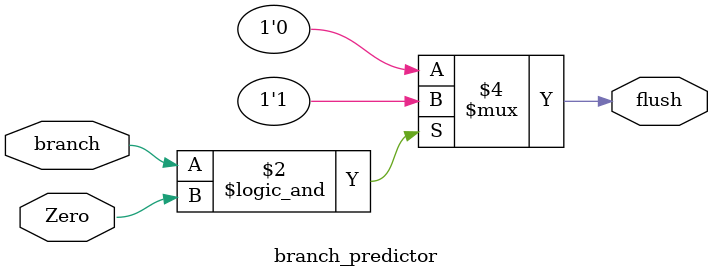
<source format=sv>
module data_forwarding_unit(
    input logic [31:0] current_instruction,EX_MEM_instruction, MEM_WB_instruction,
    input logic Reg_write_EX_MEM, Reg_write_MEM_WB,
    output logic [1:0] ctrl_alu_src1, ctrl_alu_src2,
    output logic [1:0] sw_ctrl
);
    reg [4:0] rd_ex_mem, rd_mem_wb;
    reg [4:0] rs1, rs2;
    reg sw_flag;
    assign rs1 = current_instruction[19:15]; // rs1 field
    assign rs2 = current_instruction[24:20]; // rs2 field
    assign rd_ex_mem = EX_MEM_instruction[11:7]; // rd field from EX/MEM stage
    assign rd_mem_wb = MEM_WB_instruction[11:7]; // rd field
    assign sw_flag = (current_instruction[6:0] == 7'b0100011); // Check if the instruction is a store word (SW)

    //0100011 sw opcode

    always_comb begin
        if (Reg_write_EX_MEM && (rd_ex_mem != 0) && (rd_ex_mem == rs1)) begin
            ctrl_alu_src1 = 2'b01; // Forward from EX/MEM stage to ALU src1
        end else if (Reg_write_MEM_WB && (rd_mem_wb != 0) && (rd_mem_wb == rs1)) begin
            ctrl_alu_src1 = 2'b10; // Forward from MEM/WB stage to ALU src1
        end else begin
            ctrl_alu_src1 = 2'b00; // No forwarding for ALU src1
        end

        if (Reg_write_EX_MEM && (rd_ex_mem != 0) && (rd_ex_mem == rs2)) begin
            ctrl_alu_src2 = 2'b01; // Forward from EX/MEM stage to ALU src2
        end else if (Reg_write_MEM_WB && (rd_mem_wb != 0) && (rd_mem_wb == rs2)) begin
            ctrl_alu_src2 = 2'b10; // Forward from MEM/WB stage to ALU src2
        end else begin
            ctrl_alu_src2 = 2'b00; // No forwarding for ALU src2
        end
        // Handle store word (SW) instruction
        if (sw_flag && (rd_ex_mem != 0) && EX_MEM_instruction[6:0]==7'b0000011) begin //
            sw_ctrl = 2'b11; // Forward from EX/MEM stage to ALU src1
        end else if (sw_flag && (rd_ex_mem != 0) && (rd_ex_mem == rs2)) begin
            sw_ctrl = 2'b01; // Forward from EX/MEM stage to ALU src1
        end else if (sw_flag && (rd_mem_wb != 0) && (rd_mem_wb == rs2)) begin
            sw_ctrl = 2'b10; // Forward from MEM/WB stage to ALU src1
        end else begin
            sw_ctrl = 2'b00; // No forwarding for ALU src1
        end

    end
endmodule



module hazard_detection_unit(
    input logic [6:0] opcode, // Opcode of the current instruction
    input logic Mem_read_EX_MEM, 
    input logic [4:0] rd_ex_mem,
    input logic [4:0] rs1, rs2,
    output logic stall
);
    //0100011 sw opcode
    always_comb begin
        if (opcode == 7'b0100011) begin // sw instruction
            stall = 1'b0; // No stall for sw instructions
        end else if (Mem_read_EX_MEM  && ((rd_ex_mem == rs1) || (rd_ex_mem == rs2))) begin
            stall = 1'b1; // Stall if EX/MEM stage writes to a register used in the current instruction
        end else begin
            stall = 1'b0; // No stall needed
        end
    end
endmodule

module branch_predictor(
    input logic branch,
    input logic Zero,
    output logic flush
);

    always_comb begin
        if (branch && Zero) begin
            flush = 1'b1; // Flush the pipeline if branch is taken
        end else begin
            flush = 1'b0; // No flush needed
        end
    end

endmodule
</source>
